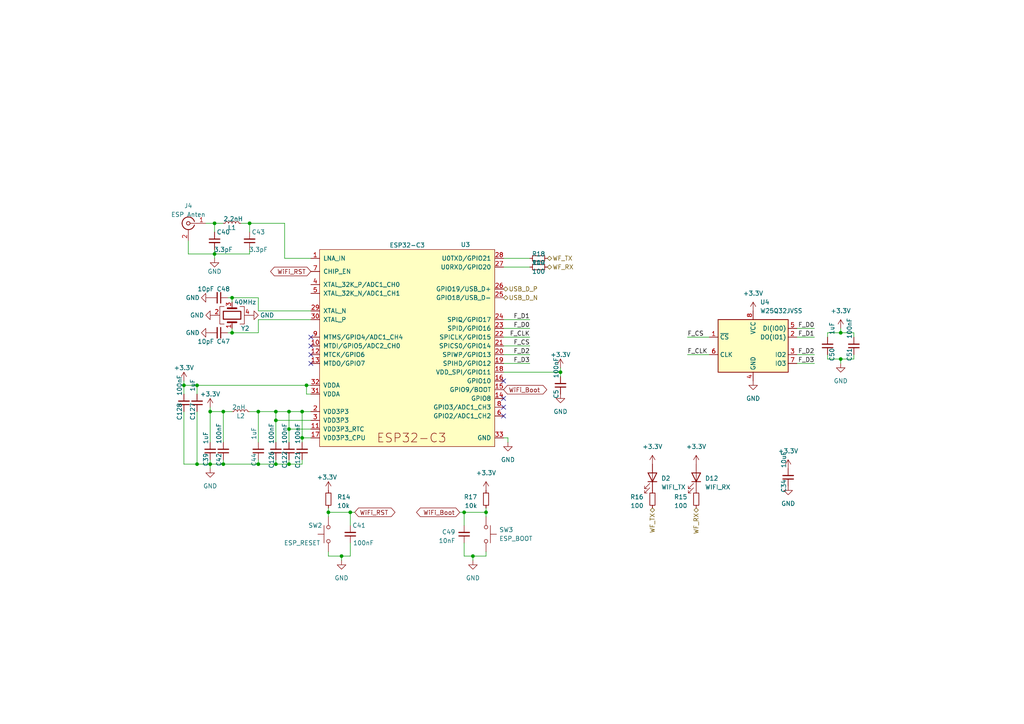
<source format=kicad_sch>
(kicad_sch (version 20230121) (generator eeschema)
  (paper "A4")
  (lib_symbols
    (symbol "Anh_Symbols:ESP32-C3" (pin_names (offset 1.016))
      (property "Reference" "U" (at 0 31.75 0))
      (property "Value" "ESP32-C3" (at 0 -27.94 0))
      (symbol "ESP32-C3_0_0"
        (text "ESP32-C3" (at 1.27 -24.13 0) (effects (font (size 2.54 2.54))))
        (pin bidirectional line (at -27.94 27.94 0) (length 2.54) (name "LNA_IN") (number "1"))
        (pin bidirectional line (at -27.94 2.54 0) (length 2.54) (name "MTDI/GPIO5/ADC2_CH0") (number "10"))
        (pin power_in line (at -27.94 -21.59 0) (length 2.54) (name "VDD3P3_RTC") (number "11"))
        (pin bidirectional line (at -27.94 0 0) (length 2.54) (name "MTCK/GPIO6") (number "12"))
        (pin bidirectional line (at -27.94 -2.54 0) (length 2.54) (name "MTDO/GPIO7") (number "13"))
        (pin bidirectional line (at 27.94 -12.7 180) (length 2.54) (name "GPIO8") (number "14"))
        (pin bidirectional line (at 27.94 -10.16 180) (length 2.54) (name "GPIO9/BOOT") (number "15"))
        (pin bidirectional line (at 27.94 -7.62 180) (length 2.54) (name "GPIO10") (number "16"))
        (pin power_in line (at -27.94 -24.13 0) (length 2.54) (name "VDD3P3_CPU") (number "17"))
        (pin bidirectional line (at 27.94 -5.08 180) (length 2.54) (name "VDD_SPI/GPIO11") (number "18"))
        (pin bidirectional line (at 27.94 -2.54 180) (length 2.54) (name "SPIHD/GPIO12") (number "19"))
        (pin power_in line (at -27.94 -16.51 0) (length 2.54) (name "VDD3P3") (number "2"))
        (pin bidirectional line (at 27.94 0 180) (length 2.54) (name "SPIWP/GPIO13") (number "20"))
        (pin bidirectional line (at 27.94 2.54 180) (length 2.54) (name "SPICS0/GPIO14") (number "21"))
        (pin bidirectional line (at 27.94 5.08 180) (length 2.54) (name "SPICLK/GPIO15") (number "22"))
        (pin bidirectional line (at 27.94 7.62 180) (length 2.54) (name "SPID/GPIO16") (number "23"))
        (pin bidirectional line (at 27.94 10.16 180) (length 2.54) (name "SPIQ/GPIO17") (number "24"))
        (pin bidirectional line (at 27.94 16.51 180) (length 2.54) (name "GPIO18/USB_D-") (number "25"))
        (pin bidirectional line (at 27.94 19.05 180) (length 2.54) (name "GPIO19/USB_D+") (number "26"))
        (pin bidirectional line (at 27.94 25.4 180) (length 2.54) (name "U0RXD/GPIO20") (number "27"))
        (pin bidirectional line (at 27.94 27.94 180) (length 2.54) (name "U0TXD/GPIO21") (number "28"))
        (pin output line (at -27.94 12.7 0) (length 2.54) (name "XTAL_N") (number "29"))
        (pin power_in line (at -27.94 -19.05 0) (length 2.54) (name "VDD3P3") (number "3"))
        (pin input line (at -27.94 10.16 0) (length 2.54) (name "XTAL_P") (number "30"))
        (pin power_in line (at -27.94 -11.43 0) (length 2.54) (name "VDDA") (number "31"))
        (pin power_in line (at -27.94 -8.89 0) (length 2.54) (name "VDDA") (number "32"))
        (pin power_in line (at 27.94 -24.13 180) (length 2.54) (name "GND") (number "33"))
        (pin output line (at -27.94 20.32 0) (length 2.54) (name "XTAL_32K_P/ADC1_CH0") (number "4"))
        (pin input line (at -27.94 17.78 0) (length 2.54) (name "XTAL_32K_N/ADC1_CH1") (number "5"))
        (pin bidirectional line (at 27.94 -17.78 180) (length 2.54) (name "GPIO2/ADC1_CH2") (number "6"))
        (pin input line (at -27.94 24.13 0) (length 2.54) (name "CHIP_EN") (number "7"))
        (pin bidirectional line (at 27.94 -15.24 180) (length 2.54) (name "GPIO3/ADC1_CH3") (number "8"))
        (pin bidirectional line (at -27.94 5.08 0) (length 2.54) (name "MTMS/GPIO4/ADC1_CH4") (number "9"))
      )
      (symbol "ESP32-C3_0_1"
        (rectangle (start -25.4 30.48) (end 25.4 -26.67) (fill (type background)))
      )
    )
    (symbol "Connector:Conn_Coaxial" (pin_names (offset 1.016) hide)
      (property "Reference" "J" (at 0.254 3.048 0))
      (property "Value" "Conn_Coaxial" (at 2.921 0 90))
      (symbol "Conn_Coaxial_0_1"
        (arc (start -1.778 -0.508) (mid 0.2311 -1.8066) (end 1.778 0) (stroke (width 0.254)))
        (polyline (pts (xy -2.54 0) (xy -0.508 0)))
        (polyline (pts (xy 0 -2.54) (xy 0 -1.778)))
        (circle (center 0 0) (radius 0.508) (stroke (width 0.2032)))
        (arc (start 1.778 0) (mid 0.2099 1.8101) (end -1.778 0.508) (stroke (width 0.254)))
      )
      (symbol "Conn_Coaxial_1_1"
        (pin passive line (at -5.08 0 0) (length 2.54) (name "In") (number "1"))
        (pin passive line (at 0 -5.08 90) (length 2.54) (name "Ext") (number "2"))
      )
    )
    (symbol "Device:C_Small" (pin_numbers hide) (pin_names (offset 0.254) hide)
      (property "Reference" "C" (at 0.254 1.778 0))
      (property "Value" "C_Small" (at 0.254 -2.032 0))
      (symbol "C_Small_0_1"
        (polyline (pts (xy -1.524 -0.508) (xy 1.524 -0.508)) (stroke (width 0.3302)))
        (polyline (pts (xy -1.524 0.508) (xy 1.524 0.508)) (stroke (width 0.3048)))
      )
      (symbol "C_Small_1_1"
        (pin passive line (at 0 2.54 270) (length 2.032) (name "~") (number "1"))
        (pin passive line (at 0 -2.54 90) (length 2.032) (name "~") (number "2"))
      )
    )
    (symbol "Device:Crystal_GND24" (pin_names (offset 1.016) hide)
      (property "Reference" "Y" (at 3.175 5.08 0))
      (property "Value" "Crystal_GND24" (at 3.175 3.175 0))
      (symbol "Crystal_GND24_0_1"
        (rectangle (start -1.143 2.54) (end 1.143 -2.54) (stroke (width 0.3048)))
        (polyline (pts (xy -2.54 0) (xy -2.032 0)))
        (polyline (pts (xy -2.032 -1.27) (xy -2.032 1.27)) (stroke (width 0.508)))
        (polyline (pts (xy 0 -3.81) (xy 0 -3.556)))
        (polyline (pts (xy 0 3.556) (xy 0 3.81)))
        (polyline (pts (xy 2.032 -1.27) (xy 2.032 1.27)) (stroke (width 0.508)))
        (polyline (pts (xy 2.032 0) (xy 2.54 0)))
        (polyline (pts (xy -2.54 -2.286) (xy -2.54 -3.556) (xy 2.54 -3.556) (xy 2.54 -2.286)))
        (polyline (pts (xy -2.54 2.286) (xy -2.54 3.556) (xy 2.54 3.556) (xy 2.54 2.286)))
      )
      (symbol "Crystal_GND24_1_1"
        (pin passive line (at -3.81 0 0) (length 1.27) (name "1") (number "1"))
        (pin passive line (at 0 5.08 270) (length 1.27) (name "2") (number "2"))
        (pin passive line (at 3.81 0 180) (length 1.27) (name "3") (number "3"))
        (pin passive line (at 0 -5.08 90) (length 1.27) (name "4") (number "4"))
      )
    )
    (symbol "Device:LED" (pin_numbers hide) (pin_names (offset 1.016) hide)
      (property "Reference" "D" (at 0 2.54 0))
      (property "Value" "LED" (at 0 -2.54 0))
      (symbol "LED_0_1"
        (polyline (pts (xy -1.27 -1.27) (xy -1.27 1.27)) (stroke (width 0.254)))
        (polyline (pts (xy -1.27 0) (xy 1.27 0)))
        (polyline (pts (xy 1.27 -1.27) (xy 1.27 1.27) (xy -1.27 0) (xy 1.27 -1.27)) (stroke (width 0.254)))
        (polyline (pts (xy -3.048 -0.762) (xy -4.572 -2.286) (xy -3.81 -2.286) (xy -4.572 -2.286) (xy -4.572 -1.524)))
        (polyline (pts (xy -1.778 -0.762) (xy -3.302 -2.286) (xy -2.54 -2.286) (xy -3.302 -2.286) (xy -3.302 -1.524)))
      )
      (symbol "LED_1_1"
        (pin passive line (at -3.81 0 0) (length 2.54) (name "K") (number "1"))
        (pin passive line (at 3.81 0 180) (length 2.54) (name "A") (number "2"))
      )
    )
    (symbol "Device:L_Small" (pin_numbers hide) (pin_names (offset 0.254) hide)
      (property "Reference" "L" (at 0.762 1.016 0))
      (property "Value" "L_Small" (at 0.762 -1.016 0))
      (symbol "L_Small_0_1"
        (arc (start 0 -2.032) (mid 0.5058 -1.524) (end 0 -1.016))
        (arc (start 0 -1.016) (mid 0.5058 -0.508) (end 0 0))
        (arc (start 0 0) (mid 0.5058 0.508) (end 0 1.016))
        (arc (start 0 1.016) (mid 0.5058 1.524) (end 0 2.032))
      )
      (symbol "L_Small_1_1"
        (pin passive line (at 0 2.54 270) (length 0.508) (name "~") (number "1"))
        (pin passive line (at 0 -2.54 90) (length 0.508) (name "~") (number "2"))
      )
    )
    (symbol "Device:R_Small" (pin_numbers hide) (pin_names (offset 0.254) hide)
      (property "Reference" "R" (at 0.762 0.508 0))
      (property "Value" "R_Small" (at 0.762 -1.016 0))
      (symbol "R_Small_0_1"
        (rectangle (start -0.762 1.778) (end 0.762 -1.778) (stroke (width 0.2032)))
      )
      (symbol "R_Small_1_1"
        (pin passive line (at 0 2.54 270) (length 0.762) (name "~") (number "1"))
        (pin passive line (at 0 -2.54 90) (length 0.762) (name "~") (number "2"))
      )
    )
    (symbol "Memory_Flash:W25Q32JVSS"
      (property "Reference" "U" (at -8.89 8.89 0))
      (property "Value" "W25Q32JVSS" (at 7.62 8.89 0))
      (symbol "W25Q32JVSS_0_1"
        (rectangle (start -10.16 7.62) (end 10.16 -7.62) (stroke (width 0.254)) (fill (type background)))
      )
      (symbol "W25Q32JVSS_1_1"
        (pin input line (at -12.7 2.54 0) (length 2.54) (name "~{CS}") (number "1"))
        (pin bidirectional line (at 12.7 2.54 180) (length 2.54) (name "DO(IO1)") (number "2"))
        (pin bidirectional line (at 12.7 -2.54 180) (length 2.54) (name "IO2") (number "3"))
        (pin power_in line (at 0 -10.16 90) (length 2.54) (name "GND") (number "4"))
        (pin bidirectional line (at 12.7 5.08 180) (length 2.54) (name "DI(IO0)") (number "5"))
        (pin input line (at -12.7 -2.54 0) (length 2.54) (name "CLK") (number "6"))
        (pin bidirectional line (at 12.7 -5.08 180) (length 2.54) (name "IO3") (number "7"))
        (pin power_in line (at 0 10.16 270) (length 2.54) (name "VCC") (number "8"))
      )
    )
    (symbol "Switch:SW_Push" (pin_numbers hide) (pin_names (offset 1.016) hide)
      (property "Reference" "SW" (at 1.27 2.54 0))
      (property "Value" "SW_Push" (at 0 -1.524 0))
      (symbol "SW_Push_0_1"
        (circle (center -2.032 0) (radius 0.508))
        (polyline (pts (xy 0 1.27) (xy 0 3.048)))
        (polyline (pts (xy 2.54 1.27) (xy -2.54 1.27)))
        (circle (center 2.032 0) (radius 0.508))
        (pin passive line (at -5.08 0 0) (length 2.54) (name "1") (number "1"))
        (pin passive line (at 5.08 0 180) (length 2.54) (name "2") (number "2"))
      )
    )
    (symbol "power:+3.3V" (power) (pin_names (offset 0))
      (property "Value" "+3.3V" (at 0 3.556 0))
      (symbol "+3.3V_0_1"
        (polyline (pts (xy -0.762 1.27) (xy 0 2.54)))
        (polyline (pts (xy 0 0) (xy 0 2.54)))
        (polyline (pts (xy 0 2.54) (xy 0.762 1.27)))
      )
      (symbol "+3.3V_1_1"
        (pin power_in line (at 0 0 90) (length 0) hide (name "+3.3V") (number "1"))
      )
    )
    (symbol "power:GND" (power) (pin_names (offset 0))
      (property "Value" "GND" (at 0 -3.81 0))
      (symbol "GND_0_1"
        (polyline (pts (xy 0 0) (xy 0 -1.27) (xy 1.27 -1.27) (xy 0 -2.54) (xy -1.27 -1.27) (xy 0 -1.27)))
      )
      (symbol "GND_1_1"
        (pin power_in line (at 0 0 270) (length 0) hide (name "GND") (number "1"))
      )
    )
  )
  (junction (at 101.6 148.59))
  (junction (at 83.82 119.38))
  (junction (at 95.25 148.59))
  (junction (at 80.01 121.92))
  (junction (at 67.31 96.52))
  (junction (at 243.84 96.52))
  (junction (at 83.82 134.62))
  (junction (at 140.97 148.59))
  (junction (at 74.93 119.38))
  (junction (at 62.23 64.77))
  (junction (at 64.77 119.38))
  (junction (at 57.15 134.62))
  (junction (at 243.84 104.14))
  (junction (at 62.23 73.66))
  (junction (at 57.15 111.76))
  (junction (at 60.96 119.38))
  (junction (at 80.01 119.38))
  (junction (at 99.06 161.29))
  (junction (at 67.31 86.36))
  (junction (at 134.62 148.59))
  (junction (at 74.93 134.62))
  (junction (at 162.56 107.95))
  (junction (at 72.39 64.77))
  (junction (at 88.9 111.76))
  (junction (at 83.82 124.46))
  (junction (at 137.16 161.29))
  (junction (at 80.01 134.62))
  (junction (at 87.63 127))
  (junction (at 53.34 111.76))
  (junction (at 60.96 134.62))
  (junction (at 87.63 119.38))
  (junction (at 64.77 134.62))
  (no_connect (at 146.05 110.49))
  (no_connect (at 90.17 100.33))
  (no_connect (at 90.17 102.87))
  (no_connect (at 146.05 115.57))
  (no_connect (at 146.05 118.11))
  (no_connect (at 90.17 97.79))
  (no_connect (at 90.17 105.41))
  (no_connect (at 146.05 120.65))
  (wire (pts (xy 90.17 90.17) (xy 74.93 90.17)))
  (wire (pts (xy 146.05 95.25) (xy 153.67 95.25)))
  (wire (pts (xy 80.01 121.92) (xy 80.01 128.27)))
  (wire (pts (xy 231.14 95.25) (xy 236.22 95.25)))
  (wire (pts (xy 134.62 152.4) (xy 134.62 148.59)))
  (wire (pts (xy 82.55 64.77) (xy 82.55 74.93)))
  (wire (pts (xy 153.67 74.93) (xy 146.05 74.93)))
  (wire (pts (xy 146.05 127) (xy 147.32 127)))
  (wire (pts (xy 101.6 148.59) (xy 102.87 148.59)))
  (wire (pts (xy 87.63 133.35) (xy 87.63 134.62)))
  (wire (pts (xy 64.77 134.62) (xy 74.93 134.62)))
  (wire (pts (xy 87.63 119.38) (xy 90.17 119.38)))
  (wire (pts (xy 101.6 157.48) (xy 101.6 161.29)))
  (wire (pts (xy 90.17 92.71) (xy 74.93 92.71)))
  (wire (pts (xy 205.74 97.79) (xy 199.39 97.79)))
  (wire (pts (xy 87.63 119.38) (xy 87.63 127)))
  (wire (pts (xy 53.34 110.49) (xy 53.34 111.76)))
  (wire (pts (xy 53.34 119.38) (xy 53.34 134.62)))
  (wire (pts (xy 62.23 73.66) (xy 62.23 74.93)))
  (wire (pts (xy 146.05 100.33) (xy 153.67 100.33)))
  (wire (pts (xy 146.05 92.71) (xy 153.67 92.71)))
  (wire (pts (xy 87.63 134.62) (xy 83.82 134.62)))
  (wire (pts (xy 140.97 161.29) (xy 140.97 160.02)))
  (wire (pts (xy 231.14 97.79) (xy 236.22 97.79)))
  (wire (pts (xy 240.03 96.52) (xy 240.03 97.79)))
  (wire (pts (xy 82.55 74.93) (xy 90.17 74.93)))
  (wire (pts (xy 162.56 107.95) (xy 162.56 109.22)))
  (wire (pts (xy 66.04 96.52) (xy 67.31 96.52)))
  (wire (pts (xy 146.05 107.95) (xy 162.56 107.95)))
  (wire (pts (xy 99.06 161.29) (xy 95.25 161.29)))
  (wire (pts (xy 88.9 114.3) (xy 88.9 111.76)))
  (wire (pts (xy 67.31 96.52) (xy 67.31 95.25)))
  (wire (pts (xy 90.17 114.3) (xy 88.9 114.3)))
  (wire (pts (xy 72.39 73.66) (xy 72.39 72.39)))
  (wire (pts (xy 64.77 119.38) (xy 67.31 119.38)))
  (wire (pts (xy 74.93 90.17) (xy 74.93 86.36)))
  (wire (pts (xy 153.67 77.47) (xy 146.05 77.47)))
  (wire (pts (xy 231.14 102.87) (xy 236.22 102.87)))
  (wire (pts (xy 60.96 119.38) (xy 60.96 128.27)))
  (wire (pts (xy 60.96 133.35) (xy 60.96 134.62)))
  (wire (pts (xy 53.34 111.76) (xy 57.15 111.76)))
  (wire (pts (xy 57.15 111.76) (xy 57.15 114.3)))
  (wire (pts (xy 133.35 148.59) (xy 134.62 148.59)))
  (wire (pts (xy 62.23 67.31) (xy 62.23 64.77)))
  (wire (pts (xy 60.96 119.38) (xy 64.77 119.38)))
  (wire (pts (xy 83.82 134.62) (xy 80.01 134.62)))
  (wire (pts (xy 60.96 118.11) (xy 60.96 119.38)))
  (wire (pts (xy 247.65 102.87) (xy 247.65 104.14)))
  (wire (pts (xy 74.93 119.38) (xy 74.93 128.27)))
  (wire (pts (xy 231.14 105.41) (xy 236.22 105.41)))
  (wire (pts (xy 64.77 133.35) (xy 64.77 134.62)))
  (wire (pts (xy 247.65 96.52) (xy 247.65 97.79)))
  (wire (pts (xy 72.39 64.77) (xy 82.55 64.77)))
  (wire (pts (xy 243.84 95.25) (xy 243.84 96.52)))
  (wire (pts (xy 72.39 67.31) (xy 72.39 64.77)))
  (wire (pts (xy 146.05 97.79) (xy 153.67 97.79)))
  (wire (pts (xy 240.03 102.87) (xy 240.03 104.14)))
  (wire (pts (xy 59.69 64.77) (xy 62.23 64.77)))
  (wire (pts (xy 60.96 134.62) (xy 64.77 134.62)))
  (wire (pts (xy 53.34 114.3) (xy 53.34 111.76)))
  (wire (pts (xy 101.6 148.59) (xy 95.25 148.59)))
  (wire (pts (xy 83.82 119.38) (xy 83.82 124.46)))
  (wire (pts (xy 53.34 134.62) (xy 57.15 134.62)))
  (wire (pts (xy 54.61 69.85) (xy 54.61 73.66)))
  (wire (pts (xy 137.16 161.29) (xy 140.97 161.29)))
  (wire (pts (xy 146.05 105.41) (xy 153.67 105.41)))
  (wire (pts (xy 80.01 134.62) (xy 74.93 134.62)))
  (wire (pts (xy 134.62 161.29) (xy 137.16 161.29)))
  (wire (pts (xy 101.6 161.29) (xy 99.06 161.29)))
  (wire (pts (xy 87.63 127) (xy 87.63 128.27)))
  (wire (pts (xy 147.32 127) (xy 147.32 128.27)))
  (wire (pts (xy 240.03 96.52) (xy 243.84 96.52)))
  (wire (pts (xy 57.15 134.62) (xy 60.96 134.62)))
  (wire (pts (xy 57.15 119.38) (xy 57.15 134.62)))
  (wire (pts (xy 74.93 86.36) (xy 67.31 86.36)))
  (wire (pts (xy 83.82 124.46) (xy 83.82 128.27)))
  (wire (pts (xy 99.06 162.56) (xy 99.06 161.29)))
  (wire (pts (xy 83.82 119.38) (xy 87.63 119.38)))
  (wire (pts (xy 60.96 134.62) (xy 60.96 135.89)))
  (wire (pts (xy 64.77 119.38) (xy 64.77 128.27)))
  (wire (pts (xy 69.85 64.77) (xy 72.39 64.77)))
  (wire (pts (xy 62.23 72.39) (xy 62.23 73.66)))
  (wire (pts (xy 80.01 133.35) (xy 80.01 134.62)))
  (wire (pts (xy 54.61 73.66) (xy 62.23 73.66)))
  (wire (pts (xy 247.65 104.14) (xy 243.84 104.14)))
  (wire (pts (xy 95.25 161.29) (xy 95.25 160.02)))
  (wire (pts (xy 74.93 134.62) (xy 74.93 133.35)))
  (wire (pts (xy 247.65 96.52) (xy 243.84 96.52)))
  (wire (pts (xy 74.93 92.71) (xy 74.93 96.52)))
  (wire (pts (xy 205.74 102.87) (xy 199.39 102.87)))
  (wire (pts (xy 140.97 148.59) (xy 140.97 147.32)))
  (wire (pts (xy 72.39 119.38) (xy 74.93 119.38)))
  (wire (pts (xy 62.23 64.77) (xy 64.77 64.77)))
  (wire (pts (xy 80.01 121.92) (xy 90.17 121.92)))
  (wire (pts (xy 95.25 148.59) (xy 95.25 147.32)))
  (wire (pts (xy 90.17 127) (xy 87.63 127)))
  (wire (pts (xy 67.31 86.36) (xy 67.31 87.63)))
  (wire (pts (xy 66.04 86.36) (xy 67.31 86.36)))
  (wire (pts (xy 95.25 149.86) (xy 95.25 148.59)))
  (wire (pts (xy 74.93 119.38) (xy 80.01 119.38)))
  (wire (pts (xy 57.15 111.76) (xy 88.9 111.76)))
  (wire (pts (xy 240.03 104.14) (xy 243.84 104.14)))
  (wire (pts (xy 146.05 102.87) (xy 153.67 102.87)))
  (wire (pts (xy 62.23 73.66) (xy 72.39 73.66)))
  (wire (pts (xy 162.56 106.68) (xy 162.56 107.95)))
  (wire (pts (xy 83.82 124.46) (xy 90.17 124.46)))
  (wire (pts (xy 101.6 152.4) (xy 101.6 148.59)))
  (wire (pts (xy 83.82 133.35) (xy 83.82 134.62)))
  (wire (pts (xy 140.97 149.86) (xy 140.97 148.59)))
  (wire (pts (xy 243.84 104.14) (xy 243.84 105.41)))
  (wire (pts (xy 134.62 148.59) (xy 140.97 148.59)))
  (wire (pts (xy 74.93 96.52) (xy 67.31 96.52)))
  (wire (pts (xy 80.01 119.38) (xy 83.82 119.38)))
  (wire (pts (xy 88.9 111.76) (xy 90.17 111.76)))
  (wire (pts (xy 137.16 162.56) (xy 137.16 161.29)))
  (wire (pts (xy 134.62 157.48) (xy 134.62 161.29)))
  (wire (pts (xy 80.01 119.38) (xy 80.01 121.92)))
  (label "F_CLK" (at 199.39 102.87 0))
  (label "F_D0" (at 153.67 95.25 180))
  (label "F_CS" (at 199.39 97.79 0))
  (label "F_D0" (at 236.22 95.25 180))
  (label "F_CLK" (at 153.67 97.79 180))
  (label "F_D3" (at 153.67 105.41 180))
  (label "F_D3" (at 236.22 105.41 180))
  (label "F_D1" (at 153.67 92.71 180))
  (label "F_D2" (at 153.67 102.87 180))
  (label "F_D1" (at 236.22 97.79 180))
  (label "F_D2" (at 236.22 102.87 180))
  (label "F_CS" (at 153.67 100.33 180))
  (global_label "WiFi_RST" (shape bidirectional) (at 102.87 148.59 0) (property "Intersheetrefs" "${INTERSHEET_REFS}" (effects hide)))
  (global_label "WiFi_RST" (shape bidirectional) (at 90.17 78.74 180) (property "Intersheetrefs" "${INTERSHEET_REFS}" (effects hide)))
  (global_label "WiFi_Boot" (shape bidirectional) (at 146.05 113.03 0) (property "Intersheetrefs" "${INTERSHEET_REFS}" (effects hide)))
  (global_label "WiFi_Boot" (shape bidirectional) (at 133.35 148.59 180) (property "Intersheetrefs" "${INTERSHEET_REFS}" (effects hide)))
  (hierarchical_label "WF_TX" (shape bidirectional) (at 189.23 147.32 270))
  (hierarchical_label "USB_D_P" (shape bidirectional) (at 146.05 83.82 0))
  (hierarchical_label "WF_RX" (shape bidirectional) (at 158.75 77.47 0))
  (hierarchical_label "WF_TX" (shape bidirectional) (at 158.75 74.93 0))
  (hierarchical_label "USB_D_N" (shape bidirectional) (at 146.05 86.36 0))
  (hierarchical_label "WF_RX" (shape bidirectional) (at 201.93 147.32 270))
  (symbol (lib_id "Device:C_Small") (at 64.77 130.81 180) (unit 1)
    (property "Reference" "C42" (at 63.5 133.35 90))
    (property "Value" "100nF" (at 63.5 125.73 90))
    (property "Footprint" "Anh_Footprints:C_0603" (effects hide))
  )
  (symbol (lib_id "power:+3.3V") (at 228.6 135.89 0) (mirror y) (unit 1)
    (property "Reference" "#PWR052" (effects hide))
    (property "Value" "+3.3V" (at 228.6 130.81 0))
  )
  (symbol (lib_id "Device:C_Small") (at 240.03 100.33 0) (mirror x) (unit 1)
    (property "Reference" "C50" (at 241.3 102.87 90))
    (property "Value" "1uF" (at 241.3 95.25 90))
    (property "Footprint" "Anh_Footprints:C_0603" (effects hide))
  )
  (symbol (lib_id "power:+3.3V") (at 218.44 90.17 0) (unit 1)
    (property "Reference" "#PWR073" (effects hide))
    (property "Value" "+3.3V" (at 218.44 85.09 0))
  )
  (symbol (lib_id "Switch:SW_Push") (at 140.97 154.94 270) (mirror x) (unit 1)
    (property "Reference" "SW3" (at 144.78 153.6699 90) (effects (justify left)))
    (property "Value" "ESP_BOOT" (at 144.78 156.2099 90) (effects (justify left)))
    (property "Footprint" "Button_Switch_SMD:SW_SPST_CK_RS282G05A3" (effects hide))
  )
  (symbol (lib_id "Device:Crystal_GND24") (at 67.31 91.44 90) (unit 1)
    (property "Reference" "Y2" (at 71.12 95.25 90))
    (property "Value" "40MHz" (at 71.12 87.63 90))
    (property "Footprint" "Crystal:Crystal_SMD_3225-4Pin_3.2x2.5mm" (effects hide))
  )
  (symbol (lib_id "Device:L_Small") (at 67.31 64.77 90) (unit 1)
    (property "Reference" "L1" (at 66.04 66.04 90) (effects (justify right)))
    (property "Value" "2.2nH" (at 64.77 63.5 90) (effects (justify right)))
    (property "Footprint" "Anh_Footprints:L_0603" (effects hide))
  )
  (symbol (lib_id "Device:C_Small") (at 228.6 138.43 180) (unit 1)
    (property "Reference" "C34" (at 227.33 140.97 90))
    (property "Value" "10uF" (at 227.33 133.35 90))
    (property "Footprint" "Anh_Footprints:C_1206" (effects hide))
  )
  (symbol (lib_id "Device:R_Small") (at 156.21 77.47 270) (mirror x) (unit 1)
    (property "Reference" "R19" (at 156.21 76.2 90))
    (property "Value" "100" (at 156.21 78.74 90))
    (property "Footprint" "Anh_Footprints:R_0603" (effects hide))
  )
  (symbol (lib_id "Connector:Conn_Coaxial") (at 54.61 64.77 0) (mirror y) (unit 1)
    (property "Reference" "J4" (at 54.61 59.69 0))
    (property "Value" "ESP Anten" (at 54.61 62.23 0))
    (property "Footprint" "Anh_Footprints:IPEX_Antena_Connector" (effects hide))
    (property "Datasheet" " ~" (effects hide))
  )
  (symbol (lib_id "Device:C_Small") (at 74.93 130.81 180) (unit 1)
    (property "Reference" "C44" (at 73.66 133.35 90))
    (property "Value" "1uF" (at 73.66 125.73 90))
    (property "Footprint" "Anh_Footprints:C_0603" (effects hide))
  )
  (symbol (lib_id "power:GND") (at 137.16 162.56 0) (mirror y) (unit 1)
    (property "Reference" "#PWR071" (effects hide))
    (property "Value" "GND" (at 137.16 167.64 0))
  )
  (symbol (lib_id "Device:C_Small") (at 134.62 154.94 0) (mirror x) (unit 1)
    (property "Reference" "C49" (at 132.08 154.2986 0) (effects (justify right)))
    (property "Value" "10nF" (at 132.08 156.8386 0) (effects (justify right)))
    (property "Footprint" "Anh_Footprints:C_0603" (effects hide))
  )
  (symbol (lib_id "power:GND") (at 60.96 135.89 0) (mirror y) (unit 1)
    (property "Reference" "#PWR056" (effects hide))
    (property "Value" "GND" (at 60.96 140.97 0))
  )
  (symbol (lib_id "Device:C_Small") (at 63.5 96.52 270) (unit 1)
    (property "Reference" "C47" (at 64.77 99.06 90))
    (property "Value" "10pF" (at 59.69 99.06 90))
    (property "Footprint" "Anh_Footprints:C_0603" (effects hide))
  )
  (symbol (lib_id "Device:C_Small") (at 57.15 116.84 180) (unit 1)
    (property "Reference" "C127" (at 55.88 119.38 90))
    (property "Value" "1uF" (at 55.88 111.76 90))
    (property "Footprint" "Anh_Footprints:C_0603" (effects hide))
  )
  (symbol (lib_id "power:GND") (at 162.56 114.3 0) (mirror y) (unit 1)
    (property "Reference" "#PWR062" (effects hide))
    (property "Value" "GND" (at 162.56 119.38 0))
  )
  (symbol (lib_id "power:GND") (at 99.06 162.56 0) (mirror y) (unit 1)
    (property "Reference" "#PWR058" (effects hide))
    (property "Value" "GND" (at 99.06 167.64 0))
  )
  (symbol (lib_id "Device:C_Small") (at 53.34 116.84 180) (unit 1)
    (property "Reference" "C128" (at 52.07 119.38 90))
    (property "Value" "100nF" (at 52.07 111.76 90))
    (property "Footprint" "Anh_Footprints:C_0603" (effects hide))
  )
  (symbol (lib_id "Device:R_Small") (at 189.23 144.78 0) (mirror x) (unit 1)
    (property "Reference" "R16" (at 186.69 144.145 0) (effects (justify right)))
    (property "Value" "100" (at 186.69 146.685 0) (effects (justify right)))
    (property "Footprint" "Anh_Footprints:R_0603" (effects hide))
  )
  (symbol (lib_id "power:+3.3V") (at 53.34 110.49 0) (mirror y) (unit 1)
    (property "Reference" "#PWR0181" (effects hide))
    (property "Value" "+3.3V" (at 53.34 106.68 0))
  )
  (symbol (lib_id "power:GND") (at 60.96 96.52 270) (unit 1)
    (property "Reference" "#PWR061" (effects hide))
    (property "Value" "GND" (at 55.88 96.52 90))
  )
  (symbol (lib_id "Device:LED") (at 201.93 138.43 270) (mirror x) (unit 1)
    (property "Reference" "D12" (at 204.47 138.7474 90) (effects (justify left)))
    (property "Value" "WIFI_RX" (at 204.47 141.2874 90) (effects (justify left)))
    (property "Footprint" "Anh_Footprints:LED_0603" (effects hide))
  )
  (symbol (lib_id "power:+3.3V") (at 201.93 134.62 0) (mirror y) (unit 1)
    (property "Reference" "#PWR059" (effects hide))
    (property "Value" "+3.3V" (at 201.93 129.54 0))
  )
  (symbol (lib_id "Device:R_Small") (at 201.93 144.78 0) (mirror x) (unit 1)
    (property "Reference" "R15" (at 199.39 144.145 0) (effects (justify right)))
    (property "Value" "100" (at 199.39 146.685 0) (effects (justify right)))
    (property "Footprint" "Anh_Footprints:R_0603" (effects hide))
  )
  (symbol (lib_id "Device:C_Small") (at 62.23 69.85 0) (unit 1)
    (property "Reference" "C40" (at 64.77 67.31 0))
    (property "Value" "3.3pF" (at 64.77 72.39 0))
    (property "Footprint" "Anh_Footprints:C_0603" (effects hide))
  )
  (symbol (lib_id "power:GND") (at 243.84 105.41 0) (mirror y) (unit 1)
    (property "Reference" "#PWR076" (effects hide))
    (property "Value" "GND" (at 243.84 110.49 0))
  )
  (symbol (lib_id "power:GND") (at 60.96 86.36 270) (mirror x) (unit 1)
    (property "Reference" "#PWR068" (effects hide))
    (property "Value" "GND" (at 55.88 86.36 90))
  )
  (symbol (lib_id "power:+3.3V") (at 243.84 95.25 0) (mirror y) (unit 1)
    (property "Reference" "#PWR075" (effects hide))
    (property "Value" "+3.3V" (at 243.84 90.17 0))
  )
  (symbol (lib_id "power:GND") (at 147.32 128.27 0) (mirror y) (unit 1)
    (property "Reference" "#PWR060" (effects hide))
    (property "Value" "GND" (at 147.32 133.35 0))
  )
  (symbol (lib_id "power:+3.3V") (at 162.56 106.68 0) (mirror y) (unit 1)
    (property "Reference" "#PWR065" (effects hide))
    (property "Value" "+3.3V" (at 162.56 102.87 0))
  )
  (symbol (lib_id "Device:R_Small") (at 156.21 74.93 270) (mirror x) (unit 1)
    (property "Reference" "R18" (at 156.21 73.66 90))
    (property "Value" "100" (at 156.21 76.2 90))
    (property "Footprint" "Anh_Footprints:R_0603" (effects hide))
  )
  (symbol (lib_id "power:GND") (at 62.23 74.93 0) (mirror y) (unit 1)
    (property "Reference" "#PWR057" (effects hide))
    (property "Value" "GND" (at 62.23 78.74 0))
  )
  (symbol (lib_id "power:GND") (at 72.39 91.44 90) (unit 1)
    (property "Reference" "#PWR064" (effects hide))
    (property "Value" "GND" (at 77.47 91.44 90))
  )
  (symbol (lib_id "power:+3.3V") (at 189.23 134.62 0) (mirror y) (unit 1)
    (property "Reference" "#PWR067" (effects hide))
    (property "Value" "+3.3V" (at 189.23 129.54 0))
  )
  (symbol (lib_id "Device:C_Small") (at 60.96 130.81 180) (unit 1)
    (property "Reference" "C39" (at 59.69 133.35 90))
    (property "Value" "1uF" (at 59.69 127 90))
    (property "Footprint" "Anh_Footprints:C_0603" (effects hide))
  )
  (symbol (lib_id "Device:C_Small") (at 162.56 111.76 180) (unit 1)
    (property "Reference" "C5" (at 161.29 114.3 90))
    (property "Value" "100nF" (at 161.29 106.68 90))
    (property "Footprint" "Anh_Footprints:C_0603" (effects hide))
  )
  (symbol (lib_id "Device:C_Small") (at 101.6 154.94 180) (unit 1)
    (property "Reference" "C41" (at 104.14 152.4 0))
    (property "Value" "100nF" (at 105.41 157.48 0))
    (property "Footprint" "Anh_Footprints:C_0603" (effects hide))
  )
  (symbol (lib_id "Device:C_Small") (at 72.39 69.85 180) (unit 1)
    (property "Reference" "C43" (at 74.93 67.31 0))
    (property "Value" "3.3pF" (at 74.93 72.39 0))
    (property "Footprint" "Anh_Footprints:C_0603" (effects hide))
  )
  (symbol (lib_id "Switch:SW_Push") (at 95.25 154.94 90) (unit 1)
    (property "Reference" "SW2" (at 91.44 152.4 90))
    (property "Value" "ESP_RESET" (at 87.63 157.48 90))
    (property "Footprint" "Button_Switch_SMD:SW_SPST_CK_RS282G05A3" (effects hide))
  )
  (symbol (lib_id "power:GND") (at 218.44 110.49 0) (mirror y) (unit 1)
    (property "Reference" "#PWR074" (effects hide))
    (property "Value" "GND" (at 218.44 115.57 0))
  )
  (symbol (lib_id "power:+3.3V") (at 140.97 142.24 0) (unit 1)
    (property "Reference" "#PWR072" (effects hide))
    (property "Value" "+3.3V" (at 140.97 137.16 0))
  )
  (symbol (lib_id "Device:C_Small") (at 247.65 100.33 180) (unit 1)
    (property "Reference" "C51" (at 246.38 102.87 90))
    (property "Value" "100nF" (at 246.38 95.25 90))
    (property "Footprint" "Anh_Footprints:C_0603" (effects hide))
  )
  (symbol (lib_id "Device:C_Small") (at 63.5 86.36 270) (mirror x) (unit 1)
    (property "Reference" "C48" (at 64.77 83.82 90))
    (property "Value" "10pF" (at 59.69 83.82 90))
    (property "Footprint" "Anh_Footprints:C_0603" (effects hide))
  )
  (symbol (lib_id "Anh_Symbols:ESP32-C3") (at 118.11 102.87 0) (unit 1)
    (property "Reference" "U3" (at 135.001 70.9676 0))
    (property "Value" "ESP32-C3" (at 118.11 71.12 0))
    (property "Footprint" "Anh_Footprints:QFN-32_5x5_PAD-VIAS" (effects hide))
    (property "Datasheet" "https://www.espressif.com/sites/default/files/documentation/esp32-c3_datasheet_en.pdf" (effects hide))
  )
  (symbol (lib_id "Device:LED") (at 189.23 138.43 270) (mirror x) (unit 1)
    (property "Reference" "D2" (at 191.77 138.7474 90) (effects (justify left)))
    (property "Value" "WIFI_TX" (at 191.77 141.2874 90) (effects (justify left)))
    (property "Footprint" "Anh_Footprints:LED_0603" (effects hide))
  )
  (symbol (lib_id "Device:R_Small") (at 95.25 144.78 180) (unit 1)
    (property "Reference" "R14" (at 97.79 144.145 0) (effects (justify right)))
    (property "Value" "10k" (at 97.79 146.685 0) (effects (justify right)))
    (property "Footprint" "Anh_Footprints:R_0603" (effects hide))
  )
  (symbol (lib_id "power:+3.3V") (at 60.96 118.11 0) (mirror y) (unit 1)
    (property "Reference" "#PWR055" (effects hide))
    (property "Value" "+3.3V" (at 60.96 114.3 0))
  )
  (symbol (lib_id "Device:L_Small") (at 69.85 119.38 90) (unit 1)
    (property "Reference" "L2" (at 68.58 120.65 90) (effects (justify right)))
    (property "Value" "2nH" (at 67.31 118.11 90) (effects (justify right)))
    (property "Footprint" "Anh_Footprints:L_0603" (effects hide))
  )
  (symbol (lib_id "power:GND") (at 228.6 140.97 0) (mirror y) (unit 1)
    (property "Reference" "#PWR053" (effects hide))
    (property "Value" "GND" (at 228.6 146.05 0))
  )
  (symbol (lib_id "Device:C_Small") (at 83.82 130.81 180) (unit 1)
    (property "Reference" "C122" (at 82.55 133.35 90))
    (property "Value" "100nF" (at 82.55 125.73 90))
    (property "Footprint" "Anh_Footprints:C_0603" (effects hide))
  )
  (symbol (lib_id "Device:R_Small") (at 140.97 144.78 0) (mirror x) (unit 1)
    (property "Reference" "R17" (at 138.43 144.145 0) (effects (justify right)))
    (property "Value" "10k" (at 138.43 146.685 0) (effects (justify right)))
    (property "Footprint" "Anh_Footprints:R_0603" (effects hide))
  )
  (symbol (lib_id "power:GND") (at 62.23 91.44 270) (unit 1)
    (property "Reference" "#PWR063" (effects hide))
    (property "Value" "GND" (at 57.15 91.44 90))
  )
  (symbol (lib_id "power:+3.3V") (at 95.25 142.24 0) (unit 1)
    (property "Reference" "#PWR054" (effects hide))
    (property "Value" "+3.3V" (at 97.79 138.43 0) (effects (justify right)))
  )
  (symbol (lib_id "Device:C_Small") (at 80.01 130.81 180) (unit 1)
    (property "Reference" "C126" (at 78.74 133.35 90))
    (property "Value" "100nF" (at 78.74 125.73 90))
    (property "Footprint" "Anh_Footprints:C_0603" (effects hide))
  )
  (symbol (lib_id "Memory_Flash:W25Q32JVSS") (at 218.44 100.33 0) (unit 1)
    (property "Reference" "U4" (at 220.4594 87.63 0) (effects (justify left)))
    (property "Value" "W25Q32JVSS" (at 220.4594 90.17 0) (effects (justify left)))
    (property "Footprint" "Anh_Footprints:SOIC-8_5.23x5.23" (effects hide))
    (property "Datasheet" "http://www.winbond.com/resource-files/w25q32jv%20revg%2003272018%20plus.pdf" (effects hide))
  )
  (symbol (lib_id "Device:C_Small") (at 87.63 130.81 180) (unit 1)
    (property "Reference" "C121" (at 86.36 133.35 90))
    (property "Value" "100nF" (at 86.36 125.73 90))
    (property "Footprint" "Anh_Footprints:C_0603" (effects hide))
  )
)
</source>
